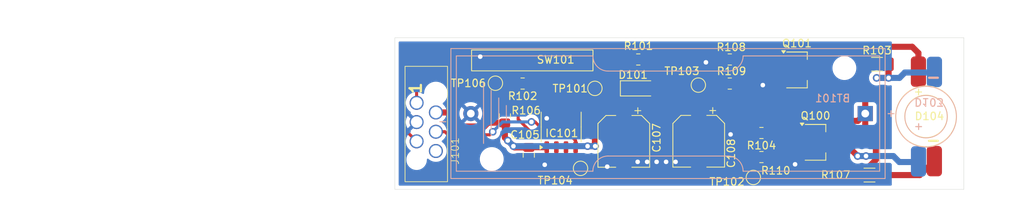
<source format=kicad_pcb>
(kicad_pcb (version 20241229) (generator "pcbnew") (generator_version "9.0")
  (layers (0 "F.Cu" signal) (2 "B.Cu" signal) (13 "F.Paste" user) (15 "B.Paste" user) (5 "F.SilkS" user "F.Silkscreen") (7 "B.SilkS" user "B.Silkscreen") (1 "F.Mask" user) (3 "B.Mask" user) (25 "Edge.Cuts" user))
  (net 0 "")
  (net 1 "GND")
  (net 2 "/PWR_MCU")
  (net 3 "/A_D103")
  (net 4 "/ICSPDAT")
  (net 5 "+BATT")
  (net 6 "/ICSPCLK")
  (net 7 "/MCLR!")
  (net 8 "/K_D013")
  (net 9 "/A_D104")
  (net 10 "/K_D104")
  (net 11 "BlueOn")
  (net 12 "GreenOn")
  (net 14 "/Reed_In")
  (net 15 "/DEBUG")
  (net 16 "/BQ100")
  (net 17 "/BQ101")
  (footprint "Resistor_SMD:R_0805_2012Metric_Pad1.20x1.40mm_HandSolder" (layer "F.Cu") (at 148.319105 112.562076 180)
    (property "Reference" "R104" (at 0 -1.65 0) (layer "F.SilkS"))
    (property "Value" "100K")
    (fp_line (start -0.227064 0.735) (end 0.227064 0.735) (stroke (width 0.12)) (layer "F.SilkS"))
    (fp_line (start -0.227064 -0.735) (end 0.227064 -0.735) (stroke (width 0.12)) (layer "F.SilkS"))
    (pad "1" smd roundrect (at -1 0 180) (size 1.2 1.4) (layers "F.Cu" "F.Mask" "F.Paste") (roundrect_rratio 0.208333) (net 16 "/BQ100"))
    (pad "2" smd roundrect (at 1 0 180) (size 1.2 1.4) (layers "F.Cu" "F.Mask" "F.Paste") (roundrect_rratio 0.208333) (net 1 "GND"))
  )
  (footprint "Resistor_SMD:R_1206_3216Metric_Pad1.30x1.75mm_HandSolder" (layer "F.Cu") (at 162.56 118.11)
    (property "Reference" "R107" (at -4.46 -0.01 0) (layer "F.SilkS"))
    (property "Value" "2,2")
    (fp_line (start -0.727064 -0.91) (end 0.727064 -0.91) (stroke (width 0.12)) (layer "F.SilkS"))
    (fp_line (start -0.727064 0.91) (end 0.727064 0.91) (stroke (width 0.12)) (layer "F.SilkS"))
    (pad "1" smd roundrect (at -1.55 0) (size 1.3 1.75) (layers "F.Cu" "F.Mask" "F.Paste") (roundrect_rratio 0.192308) (net 5 "+BATT"))
    (pad "2" smd roundrect (at 1.55 0) (size 1.3 1.75) (layers "F.Cu" "F.Mask" "F.Paste") (roundrect_rratio 0.192308) (net 9 "/A_D104"))
  )
  (footprint "Resistor_SMD:R_0805_2012Metric_Pad1.20x1.40mm_HandSolder" (layer "F.Cu") (at 132.08 102.87 180)
    (property "Reference" "R101" (at -0.02 1.77 0) (layer "F.SilkS"))
    (property "Value" "10K")
    (fp_line (start -0.227064 0.735) (end 0.227064 0.735) (stroke (width 0.12)) (layer "F.SilkS"))
    (fp_line (start -0.227064 -0.735) (end 0.227064 -0.735) (stroke (width 0.12)) (layer "F.SilkS"))
    (pad "1" smd roundrect (at -1 0 180) (size 1.2 1.4) (layers "F.Cu" "F.Mask" "F.Paste") (roundrect_rratio 0.208333) (net 2 "/PWR_MCU"))
    (pad "2" smd roundrect (at 1 0 180) (size 1.2 1.4) (layers "F.Cu" "F.Mask" "F.Paste") (roundrect_rratio 0.208333) (net 14 "/Reed_In"))
  )
  (footprint "Capacitor_SMD:CP_Elec_6.3x5.8" (layer "F.Cu") (at 130.175 113.665 -90)
    (property "Reference" "C107" (at -0.465 -4.325 270) (layer "F.SilkS"))
    (property "Value" "100µF/16V")
    (fp_line (start -2.345563 3.41) (end 3.41 3.41) (stroke (width 0.12)) (layer "F.SilkS"))
    (fp_line (start 3.41 3.41) (end 3.41 1.06) (stroke (width 0.12)) (layer "F.SilkS"))
    (fp_line (start -3.41 2.345563) (end -2.345563 3.41) (stroke (width 0.12)) (layer "F.SilkS"))
    (fp_line (start -3.41 2.345563) (end -3.41 1.06) (stroke (width 0.12)) (layer "F.SilkS"))
    (fp_line (start -4.4375 -1.8475) (end -3.65 -1.8475) (stroke (width 0.12)) (layer "F.SilkS"))
    (fp_line (start -4.04375 -2.24125) (end -4.04375 -1.45375) (stroke (width 0.12)) (layer "F.SilkS"))
    (fp_line (start -3.41 -2.345563) (end -3.41 -1.06) (stroke (width 0.12)) (layer "F.SilkS"))
    (fp_line (start -3.41 -2.345563) (end -2.345563 -3.41) (stroke (width 0.12)) (layer "F.SilkS"))
    (fp_line (start -2.345563 -3.41) (end 3.41 -3.41) (stroke (width 0.12)) (layer "F.SilkS"))
    (fp_line (start 3.41 -3.41) (end 3.41 -1.06) (stroke (width 0.12)) (layer "F.SilkS"))
    (pad "1" smd roundrect (at -2.7 0 270) (size 3.5 1.6) (layers "F.Cu" "F.Mask" "F.Paste") (roundrect_rratio 0.15625) (net 2 "/PWR_MCU"))
    (pad "2" smd roundrect (at 2.7 0 270) (size 3.5 1.6) (layers "F.Cu" "F.Mask" "F.Paste") (roundrect_rratio 0.15625) (net 1 "GND"))
  )
  (footprint "TestPoint:TestPoint_Pad_D1.5mm" (layer "F.Cu") (at 140 106.25)
    (property "Reference" "TP103" (at -2.16 -1.85 0) (layer "F.SilkS"))
    (property "Value" "TestPoint")
    (fp_circle (center 0 0) (end 0 0.95) (stroke (width 0.12)) (fill no) (layer "F.SilkS"))
    (pad "1" smd circle (at 0 0) (size 1.5 1.5) (layers "F.Cu" "F.Mask") (net 12 "GreenOn"))
  )
  (footprint "Resistor_SMD:R_0805_2012Metric_Pad1.20x1.40mm_HandSolder" (layer "F.Cu") (at 144.145 106.045 180)
    (property "Reference" "R109" (at -0.227064 1.625 0) (layer "F.SilkS"))
    (property "Value" "1K")
    (fp_line (start -0.227064 0.735) (end 0.227064 0.735) (stroke (width 0.12)) (layer "F.SilkS"))
    (fp_line (start -0.227064 -0.735) (end 0.227064 -0.735) (stroke (width 0.12)) (layer "F.SilkS"))
    (pad "1" smd roundrect (at -1 0 180) (size 1.2 1.4) (layers "F.Cu" "F.Mask" "F.Paste") (roundrect_rratio 0.208333) (net 17 "/BQ101"))
    (pad "2" smd roundrect (at 1 0 180) (size 1.2 1.4) (layers "F.Cu" "F.Mask" "F.Paste") (roundrect_rratio 0.208333) (net 12 "GreenOn"))
  )
  (footprint "TestPoint:TestPoint_Pad_D1.5mm" (layer "F.Cu") (at 113.25 106)
    (property "Reference" "TP106" (at -3.55 0 0) (layer "F.SilkS"))
    (property "Value" "TestPoint")
    (fp_circle (center 0 0) (end 0 0.95) (stroke (width 0.12)) (fill no) (layer "F.SilkS"))
    (pad "1" smd circle (at 0 0) (size 1.5 1.5) (layers "F.Cu" "F.Mask") (net 15 "/DEBUG"))
  )
  (footprint "Resistor_SMD:R_0805_2012Metric_Pad1.20x1.40mm_HandSolder" (layer "F.Cu") (at 114.5 110.25 90)
    (property "Reference" "R106" (at 0.65 2.8 0) (layer "F.SilkS"))
    (property "Value" "10K")
    (fp_line (start -0.227064 -0.735) (end 0.227064 -0.735) (stroke (width 0.12)) (layer "F.SilkS"))
    (fp_line (start -0.227064 0.735) (end 0.227064 0.735) (stroke (width 0.12)) (layer "F.SilkS"))
    (pad "1" smd roundrect (at -1 0 90) (size 1.2 1.4) (layers "F.Cu" "F.Mask" "F.Paste") (roundrect_rratio 0.208333) (net 2 "/PWR_MCU"))
    (pad "2" smd roundrect (at 1 0 90) (size 1.2 1.4) (layers "F.Cu" "F.Mask" "F.Paste") (roundrect_rratio 0.208333) (net 7 "/MCLR!"))
  )
  (footprint "Resistor_SMD:R_0805_2012Metric_Pad1.20x1.40mm_HandSolder" (layer "F.Cu") (at 148.319105 115.737076 180)
    (property "Reference" "R110" (at -1.880895 -1.782924 0) (layer "F.SilkS"))
    (property "Value" "1K")
    (fp_line (start -0.227064 0.735) (end 0.227064 0.735) (stroke (width 0.12)) (layer "F.SilkS"))
    (fp_line (start -0.227064 -0.735) (end 0.227064 -0.735) (stroke (width 0.12)) (layer "F.SilkS"))
    (pad "1" smd roundrect (at -1 0 180) (size 1.2 1.4) (layers "F.Cu" "F.Mask" "F.Paste") (roundrect_rratio 0.208333) (net 16 "/BQ100"))
    (pad "2" smd roundrect (at 1 0 180) (size 1.2 1.4) (layers "F.Cu" "F.Mask" "F.Paste") (roundrect_rratio 0.208333) (net 11 "BlueOn"))
  )
  (footprint "Package_SO:SSOP-8_3.9x5.05mm_P1.27mm" (layer "F.Cu") (at 121.92 111.76 90)
    (property "Reference" "IC101" (at -0.84 0.08 0) (layer "F.SilkS"))
    (property "Value" "PIC16LF15313")
    (fp_line (start 0 -2.635) (end 1.95 -2.635) (stroke (width 0.12)) (layer "F.SilkS"))
    (fp_line (start 0 -2.635) (end -1.95 -2.635) (stroke (width 0.12)) (layer "F.SilkS"))
    (fp_line (start 0 2.635) (end 1.95 2.635) (stroke (width 0.12)) (layer "F.SilkS"))
    (fp_line (start 0 2.635) (end -1.95 2.635) (stroke (width 0.12)) (layer "F.SilkS"))
    (fp_poly (pts (xy -2.7 -2.465) (xy -2.94 -2.795) (xy -2.46 -2.795) (xy -2.7 -2.465)) (stroke (width 0.12)) (fill yes) (layer "F.SilkS"))
    (pad "1" smd roundrect (at -2.675 -1.905 90) (size 1.55 0.6) (layers "F.Cu" "F.Mask" "F.Paste") (net 2 "/PWR_MCU"))
    (pad "2" smd roundrect (at -2.675 -0.635 90) (size 1.55 0.6) (layers "F.Cu" "F.Mask" "F.Paste") (net 11 "BlueOn"))
    (pad "3" smd roundrect (at -2.675 0.635 90) (size 1.55 0.6) (layers "F.Cu" "F.Mask" "F.Paste") (net 12 "GreenOn"))
    (pad "4" smd roundrect (at -2.675 1.905 90) (size 1.55 0.6) (layers "F.Cu" "F.Mask" "F.Paste") (net 7 "/MCLR!"))
    (pad "5" smd roundrect (at 2.675 1.905 90) (size 1.55 0.6) (layers "F.Cu" "F.Mask" "F.Paste") (net 14 "/Reed_In"))
    (pad "6" smd roundrect (at 2.675 0.635 90) (size 1.55 0.6) (layers "F.Cu" "F.Mask" "F.Paste") (net 6 "/ICSPCLK"))
    (pad "7" smd roundrect (at 2.675 -0.635 90) (size 1.55 0.6) (layers "F.Cu" "F.Mask" "F.Paste") (net 4 "/ICSPDAT"))
    (pad "8" smd roundrect (at 2.675 -1.905 90) (size 1.55 0.6) (layers "F.Cu" "F.Mask" "F.Paste") (net 1 "GND"))
  )
  (footprint "MySkedd:SKEDD-6" (layer "F.Cu") (at 102.864 108.585 90)
    (property "Reference" "J101" (at -6.35 5.068 90) (layer "F.SilkS") (effects (font (thickness 0.1))))
    (property "Value" "SKEDD6")
    (fp_rect (start -10.399 -1.524) (end 4.811 4.076) (stroke (width 0.1)) (fill no) (layer "F.SilkS"))
    (fp_text user "1" (at 1.016 0.762 90) (layer "F.SilkS") (effects (font (size 1.5 1.5) (thickness 0.3) (bold yes)) (justify left bottom)))
    (pad "" np_thru_hole circle (at -7.5 0 90) (size 2.2 2.2) (drill 2.2) (layers "*.Cu" "*.Mask"))
    (pad "" np_thru_hole circle (at 1.23 2.54 90) (size 2.6 2.6) (drill 2.6) (layers "*.Cu" "*.Mask"))
    (pad "1" thru_hole circle (at 0 0 90) (size 1.85 1.85) (drill 1.5) (layers "*.Cu" "*.Mask") (net 7 "/MCLR!"))
    (pad "2" thru_hole circle (at -1.27 2.54 90) (size 1.85 1.85) (drill 1.5) (layers "*.Cu" "*.Mask") (net 2 "/PWR_MCU"))
    (pad "3" thru_hole circle (at -2.54 0 90) (size 1.85 1.85) (drill 1.5) (layers "*.Cu" "*.Mask") (net 1 "GND"))
    (pad "4" thru_hole circle (at -3.81 2.54 90) (size 1.85 1.85) (drill 1.5) (layers "*.Cu" "*.Mask") (net 4 "/ICSPDAT"))
    (pad "5" thru_hole circle (at -5.08 0 90) (size 1.85 1.85) (drill 1.5) (layers "*.Cu" "*.Mask") (net 6 "/ICSPCLK"))
    (pad "6" thru_hole circle (at -6.35 2.54 90) (size 1.85 1.85) (drill 1.5) (layers "*.Cu" "*.Mask"))
  )
  (footprint "Resistor_SMD:R_0805_2012Metric_Pad1.20x1.40mm_HandSolder" (layer "F.Cu") (at 116.84 106.045 180)
    (property "Reference" "R102" (at 0 -1.65 0) (layer "F.SilkS"))
    (property "Value" "1K")
    (fp_line (start -0.227064 0.735) (end 0.227064 0.735) (stroke (width 0.12)) (layer "F.SilkS"))
    (fp_line (start -0.227064 -0.735) (end 0.227064 -0.735) (stroke (width 0.12)) (layer "F.SilkS"))
    (pad "1" smd roundrect (at -1 0 180) (size 1.2 1.4) (layers "F.Cu" "F.Mask" "F.Paste") (roundrect_rratio 0.208333) (net 6 "/ICSPCLK"))
    (pad "2" smd roundrect (at 1 0 180) (size 1.2 1.4) (layers "F.Cu" "F.Mask" "F.Paste") (roundrect_rratio 0.208333) (net 15 "/DEBUG"))
  )
  (footprint "Package_TO_SOT_SMD:SOT-89-3_Handsoldering" (layer "F.Cu") (at 153 104.25)
    (property "Reference" "Q101" (at 0 -3.5 0) (layer "F.SilkS"))
    (property "Value" "BST-52")
    (fp_line (start -1.36 -2.36) (end 1.36 -2.36) (stroke (width 0.12)) (layer "F.SilkS"))
    (fp_line (start -1.22 -2.36) (end 1.36 -2.36) (stroke (width 0.12)) (layer "F.SilkS"))
    (fp_line (start 1.36 -1.38) (end 1.36 -2.36) (stroke (width 0.12)) (layer "F.SilkS"))
    (fp_line (start 1.36 1.38) (end 1.36 2.36) (stroke (width 0.12)) (layer "F.SilkS"))
    (fp_line (start 1.36 2.36) (end -1.36 2.36) (stroke (width 0.12)) (layer "F.SilkS"))
    (fp_poly (pts (xy -1.77 -2.21) (xy -2.01 -2.54) (xy -1.53 -2.54) (xy -1.77 -2.21)) (stroke (width 0.12)) (fill yes) (layer "F.SilkS"))
    (pad "1" smd roundrect (at -2.45 -1.5) (size 2.3 0.9) (layers "F.Cu" "F.Mask" "F.Paste") (net 17 "/BQ101"))
    (pad "2" smd custom (at -2.3625 0) (size 2.475 0.9) (layers "F.Cu" "F.Mask" "F.Paste") (net 10 "/K_D104") (options (clearance outline) (anchor rect)) (primitives (gr_poly (pts (xy 5.3625 0.8665) (xy 1.2375 0.8665) (xy 1.2375 -0.8665) (xy 5.3625 -0.8665)) (width 0) (fill yes))))
    (pad "3" smd roundrect (at -2.45 1.5) (size 2.3 0.9) (layers "F.Cu" "F.Mask" "F.Paste") (net 1 "GND"))
  )
  (footprint "TestPoint:TestPoint_Pad_D1.5mm" (layer "F.Cu") (at 124.47 117.22)
    (property "Reference" "TP104" (at -3.34 1.6 0) (layer "F.SilkS"))
    (property "Value" "TestPoint")
    (fp_circle (center 0 0) (end 0 0.95) (stroke (width 0.12)) (fill no) (layer "F.SilkS"))
    (pad "1" smd circle (at 0 0) (size 1.5 1.5) (layers "F.Cu" "F.Mask") (net 1 "GND"))
  )
  (footprint "Capacitor_SMD:C_0805_2012Metric_Pad1.18x1.45mm_HandSolder" (layer "F.Cu") (at 117.65 115.5 -90)
    (property "Reference" "C105" (at -2.7 0.5 0) (layer "F.SilkS"))
    (property "Value" "100nF")
    (fp_line (start -0.261252 0.735) (end 0.261252 0.735) (stroke (width 0.12)) (layer "F.SilkS"))
    (fp_line (start -0.261252 -0.735) (end 0.261252 -0.735) (stroke (width 0.12)) (layer "F.SilkS"))
    (pad "1" smd roundrect (at -1.0375 0 270) (size 1.175 1.45) (layers "F.Cu" "F.Mask" "F.Paste") (roundrect_rratio 0.212766) (net 2 "/PWR_MCU"))
    (pad "2" smd roundrect (at 1.0375 0 270) (size 1.175 1.45) (layers "F.Cu" "F.Mask" "F.Paste") (roundrect_rratio 0.212766) (net 1 "GND"))
  )
  (footprint "MyLED:LPB200XX" (layer "F.Cu") (at 170.01 110.37)
    (property "Reference" "D104" (at 0.452 -0.018 0) (layer "F.SilkS"))
    (property "Value" "LB-P200G3C-H, green")
    (fp_circle (center 0 0) (end 2.8 0) (stroke (width 0.12)) (fill no) (layer "F.SilkS"))
    (fp_circle (center 0 0) (end 4 0) (stroke (width 0.12)) (fill no) (layer "F.SilkS"))
    (fp_text user "-" (at 2.1 4 0) (layer "F.SilkS") (effects (font (size 1.5 1.5) (thickness 0.3) (bold yes)) (justify left bottom mirror)))
    (fp_text user "+" (at -1.7 -2.7 0) (layer "F.SilkS") (effects (justify left bottom)))
    (pad "1" smd roundrect (at -1 -5.9 270) (size 4.0025 2.0025) (layers "F.Cu" "F.Mask" "F.Paste") (net 10 "/K_D104"))
    (pad "2" smd roundrect (at 1.1 5.9 270) (size 4.0025 2.0025) (layers "F.Cu" "F.Mask" "F.Paste") (net 9 "/A_D104"))
  )
  (footprint "Resistor_SMD:R_0805_2012Metric_Pad1.20x1.40mm_HandSolder" (layer "F.Cu") (at 144.145 102.87 180)
    (property "Reference" "R108" (at -0.195 1.62 0) (layer "F.SilkS"))
    (property "Value" "100K")
    (fp_line (start -0.227064 0.735) (end 0.227064 0.735) (stroke (width 0.12)) (layer "F.SilkS"))
    (fp_line (start -0.227064 -0.735) (end 0.227064 -0.735) (stroke (width 0.12)) (layer "F.SilkS"))
    (pad "1" smd roundrect (at -1 0 180) (size 1.2 1.4) (layers "F.Cu" "F.Mask" "F.Paste") (roundrect_rratio 0.208333) (net 17 "/BQ101"))
    (pad "2" smd roundrect (at 1 0 180) (size 1.2 1.4) (layers "F.Cu" "F.Mask" "F.Paste") (roundrect_rratio 0.208333) (net 1 "GND"))
  )
  (footprint "TestPoint:TestPoint_Pad_D1.5mm" (layer "F.Cu") (at 126.365 106.68)
    (property "Reference" "TP101" (at -3.265 0.02 0) (layer "F.SilkS"))
    (property "Value" "TestPoint")
    (fp_circle (center 0 0) (end 0 0.95) (stroke (width 0.12)) (fill no) (layer "F.SilkS"))
    (pad "1" smd circle (at 0 0) (size 1.5 1.5) (layers "F.Cu" "F.Mask") (net 2 "/PWR_MCU"))
  )
  (footprint "MyReed:Meder MK15-C-2" (layer "F.Cu") (at 118.11 102.87)
    (property "Reference" "SW101" (at 3.09 0.03 0) (layer "F.SilkS"))
    (property "Value" "MK15-C2")
    (fp_rect (start -8 -1.25) (end 8 1.5) (stroke (width 0.12)) (fill no) (layer "F.SilkS"))
    (pad "1" smd roundrect (at -9.2 0) (size 2 1.5) (layers "F.Cu" "F.Mask" "F.Paste") (net 1 "GND"))
    (pad "2" smd roundrect (at 9.2 0) (size 2 1.5) (layers "F.Cu" "F.Mask" "F.Paste") (net 14 "/Reed_In"))
  )
  (footprint "Capacitor_SMD:CP_Elec_6.3x5.8" (layer "F.Cu") (at 140.05 113.65 -90)
    (property "Reference" "C108" (at 1.59 -4.27 270) (layer "F.SilkS"))
    (property "Value" "100µF/16V")
    (fp_line (start -2.345563 3.41) (end 3.41 3.41) (stroke (width 0.12)) (layer "F.SilkS"))
    (fp_line (start 3.41 3.41) (end 3.41 1.06) (stroke (width 0.12)) (layer "F.SilkS"))
    (fp_line (start -3.41 2.345563) (end -2.345563 3.41) (stroke (width 0.12)) (layer "F.SilkS"))
    (fp_line (start -3.41 2.345563) (end -3.41 1.06) (stroke (width 0.12)) (layer "F.SilkS"))
    (fp_line (start -4.4375 -1.8475) (end -3.65 -1.8475) (stroke (width 0.12)) (layer "F.SilkS"))
    (fp_line (start -4.04375 -2.24125) (end -4.04375 -1.45375) (stroke (width 0.12)) (layer "F.SilkS"))
    (fp_line (start -3.41 -2.345563) (end -3.41 -1.06) (stroke (width 0.12)) (layer "F.SilkS"))
    (fp_line (start -3.41 -2.345563) (end -2.345563 -3.41) (stroke (width 0.12)) (layer "F.SilkS"))
    (fp_line (start -2.345563 -3.41) (end 3.41 -3.41) (stroke (width 0.12)) (layer "F.SilkS"))
    (fp_line (start 3.41 -3.41) (end 3.41 -1.06) (stroke (width 0.12)) (layer "F.SilkS"))
    (pad "1" smd roundrect (at -2.7 0 270) (size 3.5 1.6) (layers "F.Cu" "F.Mask" "F.Paste") (roundrect_rratio 0.15625) (net 5 "+BATT"))
    (pad "2" smd roundrect (at 2.7 0 270) (size 3.5 1.6) (layers "F.Cu" "F.Mask" "F.Paste") (roundrect_rratio 0.15625) (net 1 "GND"))
  )
  (footprint "TestPoint:TestPoint_Pad_D1.5mm" (layer "F.Cu") (at 147.25 118.42)
    (property "Reference" "TP102" (at -3.47 0.57 0) (layer "F.SilkS"))
    (property "Value" "TestPoint")
    (fp_circle (center 0 0) (end 0 0.95) (stroke (width 0.12)) (fill no) (layer "F.SilkS"))
    (pad "1" smd circle (at 0 0) (size 1.5 1.5) (layers "F.Cu" "F.Mask") (net 11 "BlueOn"))
  )
  (footprint "Diode_SMD:D_SOD-123" (layer "F.Cu") (at 132.08 106.68)
    (property "Reference" "D101" (at -0.68 -1.78 0) (layer "F.SilkS"))
    (property "Value" "BAV16W")
    (fp_line (start -2.36 -1) (end -2.36 1) (stroke (width 0.12)) (layer "F.SilkS"))
    (fp_line (start -2.36 -1) (end 1.65 -1) (stroke (width 0.12)) (layer "F.SilkS"))
    (fp_line (start -2.36 1) (end 1.65 1) (stroke (width 0.12)) (layer "F.SilkS"))
    (pad "1" smd roundrect (at -1.65 0) (size 0.9 1.2) (layers "F.Cu" "F.Mask" "F.Paste") (net 2 "/PWR_MCU"))
    (pad "2" smd roundrect (at 1.65 0) (size 0.9 1.2) (layers "F.Cu" "F.Mask" "F.Paste") (net 5 "+BATT"))
  )
  (footprint "Resistor_SMD:R_1206_3216Metric_Pad1.30x1.75mm_HandSolder" (layer "F.Cu") (at 163.55 103.505)
    (property "Reference" "R103" (at 0 -1.82 0) (layer "F.SilkS"))
    (property "Value" "2,2")
    (fp_line (start -0.727064 -0.91) (end 0.727064 -0.91) (stroke (width 0.12)) (layer "F.SilkS"))
    (fp_line (start -0.727064 0.91) (end 0.727064 0.91) (stroke (width 0.12)) (layer "F.SilkS"))
    (pad "1" smd roundrect (at -1.55 0) (size 1.3 1.75) (layers "F.Cu" "F.Mask" "F.Paste") (roundrect_rratio 0.192308) (net 5 "+BATT"))
    (pad "2" smd roundrect (at 1.55 0) (size 1.3 1.75) (layers "F.Cu" "F.Mask" "F.Paste") (roundrect_rratio 0.192308) (net 3 "/A_D103"))
  )
  (footprint "Package_TO_SOT_SMD:SOT-89-3_Handsoldering" (layer "F.Cu") (at 155.44 113.79)
    (property "Reference" "Q100" (at 0 -3.5 0) (layer "F.SilkS"))
    (property "Value" "BST-52")
    (fp_line (start -1.36 -2.36) (end 1.36 -2.36) (stroke (width 0.12)) (layer "F.SilkS"))
    (fp_line (start -1.22 -2.36) (end 1.36 -2.36) (stroke (width 0.12)) (layer "F.SilkS"))
    (fp_line (start 1.36 -1.38) (end 1.36 -2.36) (stroke (width 0.12)) (layer "F.SilkS"))
    (fp_line (start 1.36 1.38) (end 1.36 2.36) (stroke (width 0.12)) (layer "F.SilkS"))
    (fp_line (start 1.36 2.36) (end -1.36 2.36) (stroke (width 0.12)) (layer "F.SilkS"))
    (fp_poly (pts (xy -1.77 -2.21) (xy -2.01 -2.54) (xy -1.53 -2.54) (xy -1.77 -2.21)) (stroke (width 0.12)) (fill yes) (layer "F.SilkS"))
    (pad "1" smd roundrect (at -2.45 -1.5) (size 2.3 0.9) (layers "F.Cu" "F.Mask" "F.Paste") (net 16 "/BQ100"))
    (pad "2" smd custom (at -2.3625 0) (size 2.475 0.9) (layers "F.Cu" "F.Mask" "F.Paste") (net 8 "/K_D013") (options (clearance outline) (anchor rect)) (primitives (gr_poly (pts (xy 5.3625 0.8665) (xy 1.2375 0.8665) (xy 1.2375 -0.8665) (xy 5.3625 -0.8665)) (width 0) (fill yes))))
    (pad "3" smd roundrect (at -2.45 1.5) (size 2.3 0.9) (layers "F.Cu" "F.Mask" "F.Paste") (net 1 "GND"))
  )
  (footprint "MyLED:LPB200XX" (layer "B.Cu") (at 170.02 110.41)
    (property "Reference" "D103" (at 0.392 -1.918 180) (layer "B.SilkS") (effects (justify mirror)))
    (property "Value" "LB-P200B2C-H, blue")
    (fp_circle (center 0 0) (end 2.8 0) (stroke (width 0.12)) (fill no) (layer "B.SilkS"))
    (fp_circle (center 0 0) (end 4 0) (stroke (width 0.12)) (fill no) (layer "B.SilkS"))
    (fp_text user "-" (at 2.1 -5.9 180) (layer "B.SilkS") (effects (font (size 1.5 1.5) (thickness 0.3) (bold yes)) (justify left bottom)))
    (fp_text user "+" (at -1.7 0.8 180) (layer "B.SilkS") (effects (justify left bottom mirror)))
    (pad "1" smd roundrect (at -1 5.9 90) (size 4.0025 2.0025) (layers "B.Cu" "B.Mask" "B.Paste") (net 8 "/K_D013"))
    (pad "2" smd roundrect (at 1.1 -5.9 90) (size 4.0025 2.0025) (layers "B.Cu" "B.Mask" "B.Paste") (net 3 "/A_D103"))
  )
  (footprint "Battery:BatteryHolder_Keystone_2460_1xAA" (layer "B.Cu") (at 162 110 180)
    (property "Reference" "BT101" (at 4.3 2 0) (layer "B.SilkS") (effects (justify mirror)))
    (property "Value" "Keystone 2460")
    (fp_line (start 54.62 8.565) (end 54.62 -8.565) (stroke (width 0.12)) (layer "B.SilkS"))
    (fp_line (start 54.62 -8.565) (end -2.62 -8.565) (stroke (width 0.12)) (layer "B.SilkS"))
    (fp_line (start 53.9 7.6) (end 53.9 -7.6) (stroke (width 0.12)) (layer "B.SilkS"))
    (fp_line (start 50.31 4.06) (end 50.31 -3.94) (stroke (width 0.12)) (layer "B.SilkS"))
    (fp_line (start 49.31 -2.94) (end 49.31 3.06) (stroke (width 0.12)) (layer "B.SilkS"))
    (fp_line (start 48.31 2.06) (end 48.31 -1.94) (stroke (width 0.12)) (layer "B.SilkS"))
    (fp_line (start 47.31 1.06) (end 47.31 -0.94) (stroke (width 0.12)) (layer "B.SilkS"))
    (fp_line (start 35.9 7.6) (end 53.9 7.6) (stroke (width 0.12)) (layer "B.SilkS"))
    (fp_line (start 35.9 -7.6) (end 53.9 -7.6) (stroke (width 0.12)) (layer "B.SilkS"))
    (fp_line (start 33.9 -5.6) (end 18.1 -5.6) (stroke (width 0.12)) (layer "B.SilkS"))
    (fp_line (start 18.1 5.6) (end 33.9 5.6) (stroke (width 0.12)) (layer "B.SilkS"))
    (fp_line (start -1.9 7.6) (end 16.1 7.6) (stroke (width 0.12)) (layer "B.SilkS"))
    (fp_line (start -1.9 7.6) (end -1.9 -7.6) (stroke (width 0.12)) (layer "B.SilkS"))
    (fp_line (start -1.9 -7.6) (end 16.1 -7.6) (stroke (width 0.12)) (layer "B.SilkS"))
    (fp_line (start -2.62 8.565) (end 54.62 8.565) (stroke (width 0.12)) (layer "B.SilkS"))
    (fp_line (start -2.62 -8.565) (end -2.62 8.565) (stroke (width 0.12)) (layer "B.SilkS"))
    (fp_arc (start 35.9 -7.6) (mid 35.314214 -6.185786) (end 33.9 -5.6) (stroke (width 0.12)) (layer "B.SilkS"))
    (fp_arc (start 33.9 5.6) (mid 35.314214 6.185786) (end 35.9 7.6) (stroke (width 0.12)) (layer "B.SilkS"))
    (fp_arc (start 18.1 -5.6) (mid 16.685786 -6.185786) (end 16.1 -7.6) (stroke (width 0.12)) (layer "B.SilkS"))
    (fp_arc (start 16.1 7.6) (mid 16.685786 6.185786) (end 18.1 5.6) (stroke (width 0.12)) (layer "B.SilkS"))
    (fp_text user "-" (at 55.684478 -1 0) (layer "B.SilkS") (effects (justify mirror)))
    (fp_text user "+" (at -3.4 0.06 0) (layer "B.SilkS") (effects (justify mirror)))
    (pad "" np_thru_hole circle (at 2.75 5.995 90) (size 2.64 2.64) (drill 2.64) (layers "*.Cu" "*.Mask"))
    (pad "" np_thru_hole circle (at 49.23 -5.995 180) (size 2.64 2.64) (drill 2.64) (layers "*.Cu" "*.Mask"))
    (pad "1" thru_hole rect (at 0 0) (size 2 2) (drill 1.02) (layers "*.Cu" "*.Mask") (net 5 "+BATT"))
    (pad "2" thru_hole circle (at 51.99 0) (size 2 2) (drill 1.02) (layers "*.Cu" "*.Mask") (net 1 "GND"))
  )
  (gr_line (start 152.75 115.25) (end 153 115) (stroke (width 0.2)) (layer "F.Cu") (net 1))
  (gr_rect (start 100 100) (end 175 120) (stroke (width 0.05)) (fill no) (layer "Edge.Cuts"))
  (gr_text "R1.1" (at 100.9 103.3 0) (layer "F.Cu") (effects (font (size 1.8 1.8) (thickness 0.4) (bold yes)) (justify left bottom)))
  (gr_text "Diver marker" (at 141.95 109.54 0) (layer "F.Cu") (effects (font (size 1.8 1.8) (thickness 0.4) (bold yes)) (justify left bottom)))
  (segment (start 141.38 102.87) (end 141 103.25) (width 0.8) (layer "F.Cu") (net 1))
  (segment (start 127.77 117.22) (end 127.99 117) (width 0.8) (layer "F.Cu") (net 1))
  (segment (start 110.88 102.87) (end 111.25 102.5) (width 0.8) (layer "F.Cu") (net 1))
  (segment (start 124.47 117.22) (end 127.77 117.22) (width 0.8) (layer "F.Cu") (net 1))
  (segment (start 152.55 115.73) (end 152.55 116.49) (width 0.8) (layer "F.Cu") (net 1))
  (segment (start 130.175 116.365) (end 140.035 116.365) (width 0.8) (layer "F.Cu") (net 1))
  (segment (start 119.5375 116.5375) (end 119.75 116.75) (width 0.8) (layer "F.Cu") (net 1))
  (segment (start 140.035 116.365) (end 140.05 116.35) (width 0.8) (layer "F.Cu") (net 1))
  (segment (start 147.152029 112.395) (end 144.605 112.395) (width 0.8) (layer "F.Cu") (net 1))
  (segment (start 120.015 110.63) (end 120.015 109.085) (width 0.8) (layer "F.Cu") (net 1))
  (segment (start 108.91 102.87) (end 110.88 102.87) (width 0.8) (layer "F.Cu") (net 1))
  (segment (start 150.55 105.75) (end 149 105.75) (width 0.8) (layer "F.Cu") (net 1))
  (segment (start 144.605 112.395) (end 144.25 112.75) (width 0.8) (layer "F.Cu") (net 1))
  (segment (start 152.55 116.49) (end 152.75 116.69) (width 0.8) (layer "F.Cu") (net 1))
  (segment (start 117.65 116.5375) (end 119.5375 116.5375) (width 0.8) (layer "F.Cu") (net 1))
  (segment (start 143.145 102.87) (end 141.38 102.87) (width 0.8) (layer "F.Cu") (net 1))
  (segment (start 147.319105 112.562076) (end 147.152029 112.395) (width 0.8) (layer "F.Cu") (net 1))
  (segment (start 152.99 115.29) (end 152.55 115.73) (width 0.8) (layer "F.Cu") (net 1))
  (segment (start 149 105.75) (end 148.5 106.25) (width 0.8) (layer "F.Cu") (net 1))
  (via (at 137 116.365) (size 1) (drill 0.6) (layers "F.Cu" "B.Cu") (net 1))
  (via (at 120.015 110.63) (size 1) (drill 0.6) (layers "F.Cu" "B.Cu") (net 1))
  (via (at 119.75 116.75) (size 1) (drill 0.6) (layers "F.Cu" "B.Cu") (net 1))
  (via (at 132 116.365) (size 1) (drill 0.6) (layers "F.Cu" "B.Cu") (net 1))
  (via (at 133.25 116.365) (size 1) (drill 0.6) (layers "F.Cu" "B.Cu") (net 1))
  (via (at 111.25 102.5) (size 1) (drill 0.6) (layers "F.Cu" "B.Cu") (net 1))
  (via (at 135.75 116.365) (size 1) (drill 0.6) (layers "F.Cu" "B.Cu") (net 1))
  (via (at 152.75 116.69) (size 1) (drill 0.6) (layers "F.Cu" "B.Cu") (net 1))
  (via (at 134.5 116.365) (size 1) (drill 0.6) (layers "F.Cu" "B.Cu") (net 1))
  (via (at 141 103.25) (size 1) (drill 0.6) (layers "F.Cu" "B.Cu") (net 1))
  (via (at 127.99 117) (size 1) (drill 0.6) (layers "F.Cu" "B.Cu") (net 1))
  (via (at 144.25 112.75) (size 1) (drill 0.6) (layers "F.Cu" "B.Cu") (net 1))
  (via (at 148.5 106.25) (size 1) (drill 0.6) (layers "F.Cu" "B.Cu") (net 1))
  (segment (start 106.855 109.855) (end 107.5 110.5) (width 0.8) (layer "F.Cu") (net 2))
  (segment (start 131.25 104.25) (end 130.43 105.07) (width 0.508) (layer "F.Cu") (net 2))
  (segment (start 107.5 110.5) (end 107.5 111.5) (width 0.8) (layer "F.Cu") (net 2))
  (segment (start 111.8 111.7) (end 112.3 111.2) (width 0.8) (layer "F.Cu") (net 2))
  (segment (start 130.43 108.07) (end 130.175 108.325) (width 0.508) (layer "F.Cu") (net 2))
  (segment (start 107.7 111.7) (end 111.8 111.7) (width 0.8) (layer "F.Cu") (net 2))
  (segment (start 114.5 111.25) (end 114.5 113.175) (width 0.8) (layer "F.Cu") (net 2))
  (segment (start 105.404 109.855) (end 106.855 109.855) (width 0.8) (layer "F.Cu") (net 2))
  (segment (start 130.43 105.07) (end 130.43 106.68) (width 0.508) (layer "F.Cu") (net 2))
  (segment (start 107.5 111.5) (end 107.7 111.7) (width 0.8) (layer "F.Cu") (net 2))
  (segment (start 133.08 102.87) (end 133 102.95) (width 0.508) (layer "F.Cu") (net 2))
  (segment (start 112.3 111.2) (end 114.45 111.2) (width 0.8) (layer "F.Cu") (net 2))
  (segment (start 114.5 113.175) (end 114.8825 113.5575) (width 0.8) (layer "F.Cu") (net 2))
  (segment (start 114.8825 113.5575) (end 115.624998 114.299998) (width 0.8) (layer "F.Cu") (net 2))
  (segment (start 118.0275 114.435) (end 118 114.4625) (width 0.8) (layer "F.Cu") (net 2))
  (segment (start 133 104.25) (end 131.25 104.25) (width 0.508) (layer "F.Cu") (net 2))
  (segment (start 126.365 106.68) (end 130.43 106.68) (width 0.8) (layer "F.Cu") (net 2))
  (segment (start 117.65 114.4625) (end 115.787498 114.4625) (width 0.8) (layer "F.Cu") (net 2))
  (segment (start 133 102.95) (end 133 104.25) (width 0.508) (layer "F.Cu") (net 2))
  (segment (start 114.45 111.2) (end 114.5 111.25) (width 0.8) (layer "F.Cu") (net 2))
  (segment (start 115.787498 114.4625) (end 115.624998 114.3) (width 0.8) (layer "F.Cu") (net 2))
  (segment (start 115.624998 114.299998) (end 115.624998 114.3) (width 0.8) (layer "F.Cu") (net 2))
  (segment (start 125.55 114.3) (end 126.4 114.3) (width 0.8) (layer "F.Cu") (net 2))
  (segment (start 130.43 106.68) (end 130.43 108.07) (width 0.508) (layer "F.Cu") (net 2))
  (segment (start 118 114.4625) (end 117.65 114.4625) (width 0.8) (layer "F.Cu") (net 2))
  (segment (start 130.175 110.965) (end 130.175 108.325) (width 0.508) (layer "F.Cu") (net 2))
  (segment (start 126.365 114.265) (end 126.365 106.68) (width 0.8) (layer "F.Cu") (net 2))
  (segment (start 120.015 114.435) (end 118.0275 114.435) (width 0.8) (layer "F.Cu") (net 2))
  (segment (start 126.4 114.3) (end 126.365 114.265) (width 0.8) (layer "F.Cu") (net 2))
  (via (at 125.4 114.3) (size 1) (drill 0.6) (layers "F.Cu" "B.Cu") (net 2))
  (via (at 126.4 114.3) (size 1) (drill 0.6) (layers "F.Cu" "B.Cu") (net 2))
  (via (at 114.8825 113.5575) (size 1) (drill 0.6) (layers "F.Cu" "B.Cu") (net 2))
  (via (at 115.624998 114.3) (size 1) (drill 0.6) (layers "F.Cu" "B.Cu") (net 2))
  (segment (start 125.4 114.3) (end 115.625 114.3) (width 0.8) (layer "B.Cu") (net 2))
  (segment (start 115.625 114.3) (end 114.8825 113.5575) (width 0.8) (layer "B.Cu") (net 2))
  (segment (start 126.4 114.3) (end 125.4 114.3) (width 0.8) (layer "B.Cu") (net 2))
  (segment (start 163.5 105.3) (end 165.08 105.3) (width 0.8) (layer "F.Cu") (net 3))
  (segment (start 165.08 103.525) (end 165.1 103.505) (width 0.8) (layer "F.Cu") (net 3))
  (segment (start 165.08 105.3) (end 165.08 103.525) (width 0.8) (layer "F.Cu") (net 3))
  (via (at 165.08 105.3) (size 1) (drill 0.6) (layers "F.Cu" "B.Cu") (net 3))
  (via (at 163.5 105.3) (size 1) (drill 0.6) (layers "F.Cu" "B.Cu") (net 3))
  (segment (start 171.12 104.51) (end 171.04 104.59) (width 0.8) (layer "B.Cu") (net 3))
  (segment (start 171.04 104.59) (end 167.22 104.59) (width 0.8) (layer "B.Cu") (net 3))
  (segment (start 167.22 104.59) (end 166.51 105.3) (width 0.8) (layer "B.Cu") (net 3))
  (segment (start 166.51 105.3) (end 163.5 105.3) (width 0.8) (layer "B.Cu") (net 3))
  (segment (start 112.5 112.8) (end 107 112.8) (width 0.4) (layer "F.Cu") (net 4))
  (segment (start 118 111.1) (end 118.48 111.1) (width 0.4) (layer "F.Cu") (net 4))
  (segment (start 118.48 111.1) (end 119.01 111.63) (width 0.4) (layer "F.Cu") (net 4))
  (segment (start 120.9 111.63) (end 121.29 111.24) (width 0.4) (layer "F.Cu") (net 4))
  (segment (start 118 111.1) (end 118.1 111.2) (width 0.4) (layer "F.Cu") (net 4))
  (segment (start 112.9 112.4) (end 112.5 112.8) (width 0.4) (layer "F.Cu") (net 4))
  (segment (start 121.285 110.575) (end 121.285 109.085) (width 0.4) (layer "F.Cu") (net 4))
  (segment (start 107 112.8) (end 106.595 112.395) (width 0.4) (layer "F.Cu") (net 4))
  (segment (start 106.595 112.395) (end 105.404 112.395) (width 0.4) (layer "F.Cu") (net 4))
  (segment (start 119.01 111.63) (end 120.9 111.63) (width 0.4) (layer "F.Cu") (net 4))
  (segment (start 121.29 110.58) (end 121.285 110.575) (width 0.4) (layer "F.Cu") (net 4))
  (segment (start 121.29 111.24) (end 121.29 110.58) (width 0.4) (layer "F.Cu") (net 4))
  (via (at 112.9 112.4) (size 1) (drill 0.6) (layers "F.Cu" "B.Cu") (net 4))
  (via (at 118 111.1) (size 1) (drill 0.6) (layers "F.Cu" "B.Cu") (net 4))
  (segment (start 114.2 111.1) (end 118 111.1) (width 0.4) (layer "B.Cu") (net 4))
  (segment (start 112.9 112.4) (end 114.2 111.1) (width 0.4) (layer "B.Cu") (net 4))
  (segment (start 140.05 110.95) (end 140.065 110.965) (width 0.8) (layer "F.Cu") (net 5))
  (segment (start 161.39 118.11) (end 163.4 116.1) (width 0.8) (layer "F.Cu") (net 5))
  (segment (start 163.4 113.6) (end 162 112.2) (width 0.8) (layer "F.Cu") (net 5))
  (segment (start 161.01 118.11) (end 161.39 118.11) (width 0.8) (layer "F.Cu") (net 5))
  (segment (start 140.035 110.965) (end 136.465 110.965) (width 0.8) (layer "F.Cu") (net 5))
  (segment (start 136.465 110.965) (end 136.125 110.625) (width 0.8) (layer "F.Cu") (net 5))
  (segment (start 140.065 110.965) (end 161.035 110.965) (width 0.8) (layer "F.Cu") (net 5))
  (segment (start 136.125 110.625) (end 136.25 110.75) (width 0.508) (layer "F.Cu") (net 5))
  (segment (start 161.035 110.965) (end 162 110) (width 0.8) (layer "F.Cu") (net 5))
  (segment (start 162 112.2) (end 162 110) (width 0.8) (layer "F.Cu") (net 5))
  (segment (start 163.4 116.1) (end 163.4 113.6) (width 0.8) (layer "F.Cu") (net 5))
  (segment (start 140.05 110.95) (end 140.035 110.965) (width 0.8) (layer "F.Cu") (net 5))
  (segment (start 162 103.505) (end 162 110) (width 0.8) (layer "F.Cu") (net 5))
  (segment (start 133.73 106.68) (end 133.73 108.23) (width 0.762) (layer "F.Cu") (net 5))
  (segment (start 133.73 108.23) (end 136.125 110.625) (width 0.762) (layer "F.Cu") (net 5))
  (segment (start 109.5 104.25) (end 102.75 104.25) (width 0.4) (layer "F.Cu") (net 6))
  (segment (start 117.25 107.75) (end 113 107.75) (width 0.4) (layer "F.Cu") (net 6))
  (segment (start 117.84 107.16) (end 121.66 107.16) (width 0.4) (layer "F.Cu") (net 6))
  (segment (start 102.75 104.25) (end 101 106) (width 0.4) (layer "F.Cu") (net 6))
  (segment (start 113 107.75) (end 109.5 104.25) (width 0.4) (layer "F.Cu") (net 6))
  (segment (start 101 106) (end 101 111.801) (width 0.4) (layer "F.Cu") (net 6))
  (segment (start 117.84 106.045) (end 117.84 107.16) (width 0.4) (layer "F.Cu") (net 6))
  (segment (start 122.555 108.055) (end 122.555 109.085) (width 0.4) (layer "F.Cu") (net 6))
  (segment (start 117.84 107.16) (end 117.25 107.75) (width 0.4) (layer "F.Cu") (net 6))
  (segment (start 121.66 107.16) (end 122.555 108.055) (width 0.4) (layer "F.Cu") (net 6))
  (segment (start 101 111.801) (end 102.864 113.665) (width 0.4) (layer "F.Cu") (net 6))
  (segment (start 114.5 109.25) (end 115.5 109.25) (width 0.4) (layer "F.Cu") (net 7))
  (segment (start 123.825 113.575) (end 123.825 114.435) (width 0.4) (layer "F.Cu") (net 7))
  (segment (start 102.864 108.585) (end 102.864 106.136) (width 0.4) (layer "F.Cu") (net 7))
  (segment (start 113 109.25) (end 114.5 109.25) (width 0.4) (layer "F.Cu") (net 7))
  (segment (start 115.5 109.25) (end 116.25 110) (width 0.4) (layer "F.Cu") (net 7))
  (segment (start 103.75 105.25) (end 109 105.25) (width 0.4) (layer "F.Cu") (net 7))
  (segment (start 109 105.25) (end 113 109.25) (width 0.4) (layer "F.Cu") (net 7))
  (segment (start 118.25 112.75) (end 123 112.75) (width 0.4) (layer "F.Cu") (net 7))
  (segment (start 123 112.75) (end 123.825 113.575) (width 0.4) (layer "F.Cu") (net 7))
  (segment (start 116.25 110.75) (end 118.25 112.75) (width 0.4) (layer "F.Cu") (net 7))
  (segment (start 102.864 106.136) (end 103.75 105.25) (width 0.4) (layer "F.Cu") (net 7))
  (segment (start 116.25 110) (end 116.25 110.75) (width 0.4) (layer "F.Cu") (net 7))
  (segment (start 159.09 113.7) (end 153.1675 113.7) (width 0.8) (layer "F.Cu") (net 8))
  (segment (start 161 115.6) (end 162.1 115.6) (width 0.8) (layer "F.Cu") (net 8))
  (segment (start 161 115.6) (end 160.99 115.6) (width 0.8) (layer "F.Cu") (net 8))
  (segment (start 153.1675 113.7) (end 153.0775 113.79) (width 0.8) (layer "F.Cu") (net 8))
  (segment (start 160.99 115.6) (end 159.09 113.7) (width 0.8) (layer "F.Cu") (net 8))
  (via (at 161 115.6) (size 1) (drill 0.6) (layers "F.Cu" "B.Cu") (net 8))
  (via (at 162.1 115.6) (size 1) (drill 0.6) (layers "F.Cu" "B.Cu") (net 8))
  (segment (start 161 115.6) (end 165.7 115.6) (width 0.8) (layer "B.Cu") (net 8))
  (segment (start 166.49 116.39) (end 168.94 116.39) (width 0.8) (layer "B.Cu") (net 8))
  (segment (start 165.7 115.6) (end 166.49 116.39) (width 0.8) (layer "B.Cu") (net 8))
  (segment (start 168.94 116.39) (end 169.02 116.31) (width 0.8) (layer "B.Cu") (net 8))
  (segment (start 170.09 117.29) (end 170.01 117.29) (width 0.8) (layer "F.Cu") (net 9))
  (segment (start 169.19 118.11) (end 164.11 118.11) (width 0.8) (layer "F.Cu") (net 9))
  (segment (start 170.01 117.29) (end 169.19 118.11) (width 0.8) (layer "F.Cu") (net 9))
  (segment (start 171.11 116.27) (end 170.09 117.29) (width 0.8) (layer "F.Cu") (net 9))
  (segment (start 169.01 102.02) (end 169.01 104.47) (width 0.8) (layer "F.Cu") (net 10))
  (segment (start 150.6375 104.25) (end 156.45 104.25) (width 0.8) (layer "F.Cu") (net 10))
  (segment (start 156.9 103.8) (end 156.9 101.8) (width 0.8) (layer "F.Cu") (net 10))
  (segment (start 168.19 101.2) (end 169.01 102.02) (width 0.8) (layer "F.Cu") (net 10))
  (segment (start 156.45 104.25) (end 156.9 103.8) (width 0.8) (layer "F.Cu") (net 10))
  (segment (start 156.9 101.8) (end 157.5 101.2) (width 0.8) (layer "F.Cu") (net 10))
  (segment (start 157.5 101.2) (end 168.19 101.2) (width 0.8) (layer "F.Cu") (net 10))
  (segment (start 147.319105 115.737076) (end 147.319105 118.350895) (width 0.4) (layer "F.Cu") (net 11))
  (segment (start 147.319105 115.737076) (end 147.27 115.786181) (width 0.4) (layer "F.Cu") (net 11))
  (segment (start 142.18 118.42) (end 147.25 118.42) (width 0.4) (layer "F.Cu") (net 11))
  (segment (start 147.319105 118.350895) (end 147.25 118.42) (width 0.4) (layer "F.Cu") (net 11))
  (segment (start 124 119) (end 121.285 116.285) (width 0.4) (layer "F.Cu") (net 11))
  (segment (start 141.6 119) (end 124 119) (width 0.4) (layer "F.Cu") (net 11))
  (segment (start 141.6 119) (end 142.18 118.42) (width 0.4) (layer "F.Cu") (net 11))
  (segment (start 121.285 116.285) (end 121.285 114.435) (width 0.4) (layer "F.Cu") (net 11))
  (segment (start 133.132786 105.5) (end 136.25 105.5) (width 0.4) (layer "F.Cu") (net 12))
  (segment (start 126.89 116) (end 129.25 113.64) (width 0.4) (layer "F.Cu") (net 12))
  (segment (start 143.145 106.045) (end 140.205 106.045) (width 0.4) (layer "F.Cu") (net 12))
  (segment (start 132.25 106.382786) (end 133.132786 105.5) (width 0.4) (layer "F.Cu") (net 12))
  (segment (start 123 116) (end 126.89 116) (width 0.4) (layer "F.Cu") (net 12))
  (segment (start 131.36 113.64) (end 132.25 112.75) (width 0.4) (layer "F.Cu") (net 12))
  (segment (start 122.555 114.435) (end 122.555 115.555) (width 0.4) (layer "F.Cu") (net 12))
  (segment (start 140.205 106.045) (end 140 106.25) (width 0.4) (layer "F.Cu") (net 12))
  (segment (start 137 106.25) (end 140 106.25) (width 0.4) (layer "F.Cu") (net 12))
  (segment (start 132.25 112.75) (end 132.25 106.382786) (width 0.4) (layer "F.Cu") (net 12))
  (segment (start 136.25 105.5) (end 137 106.25) (width 0.4) (layer "F.Cu") (net 12))
  (segment (start 122.555 115.555) (end 123 116) (width 0.4) (layer "F.Cu") (net 12))
  (segment (start 129.25 113.64) (end 131.36 113.64) (width 0.4) (layer "F.Cu") (net 12))
  (segment (start 123.825 104.675) (end 125.63 102.87) (width 0.4) (layer "F.Cu") (net 14))
  (segment (start 125.63 102.87) (end 127.31 102.87) (width 0.4) (layer "F.Cu") (net 14))
  (segment (start 123.825 109.085) (end 123.825 104.675) (width 0.4) (layer "F.Cu") (net 14))
  (segment (start 127.31 102.87) (end 131.08 102.87) (width 0.4) (layer "F.Cu") (net 14))
  (segment (start 115.84 106.045) (end 113.295 106.045) (width 0.4) (layer "F.Cu") (net 15))
  (segment (start 113.295 106.045) (end 113.25 106) (width 0.4) (layer "F.Cu") (net 15))
  (segment (start 152.95 112.25) (end 149.631181 112.25) (width 0.4) (layer "F.Cu") (net 16))
  (segment (start 149.631181 112.25) (end 149.319105 112.562076) (width 0.4) (layer "F.Cu") (net 16))
  (segment (start 149.319105 115.737076) (end 149.319105 112.562076) (width 0.4) (layer "F.Cu") (net 16))
  (segment (start 152.99 112.29) (end 152.95 112.25) (width 0.4) (layer "F.Cu") (net 16))
  (segment (start 145.265 102.75) (end 145.145 102.87) (width 0.4) (layer "F.Cu") (net 17))
  (segment (start 145.145 106.045) (end 145.145 102.87) (width 0.4) (layer "F.Cu") (net 17))
  (segment (start 150.55 102.75) (end 145.265 102.75) (width 0.4) (layer "F.Cu") (net 17))
  (zone (net 1) (net_name "GND") (layer "B.Cu") (connect_pads (clearance 0.5)) (min_thickness 0.25) (fill yes (thermal_gap 0.5) (thermal_bridge_width 0.5))
    (polygon (pts (xy 100.03 120.135) (xy 165.495 120.135) (xy 165.495 100.23) (xy 100.03 100.23)))
  )
)
</source>
